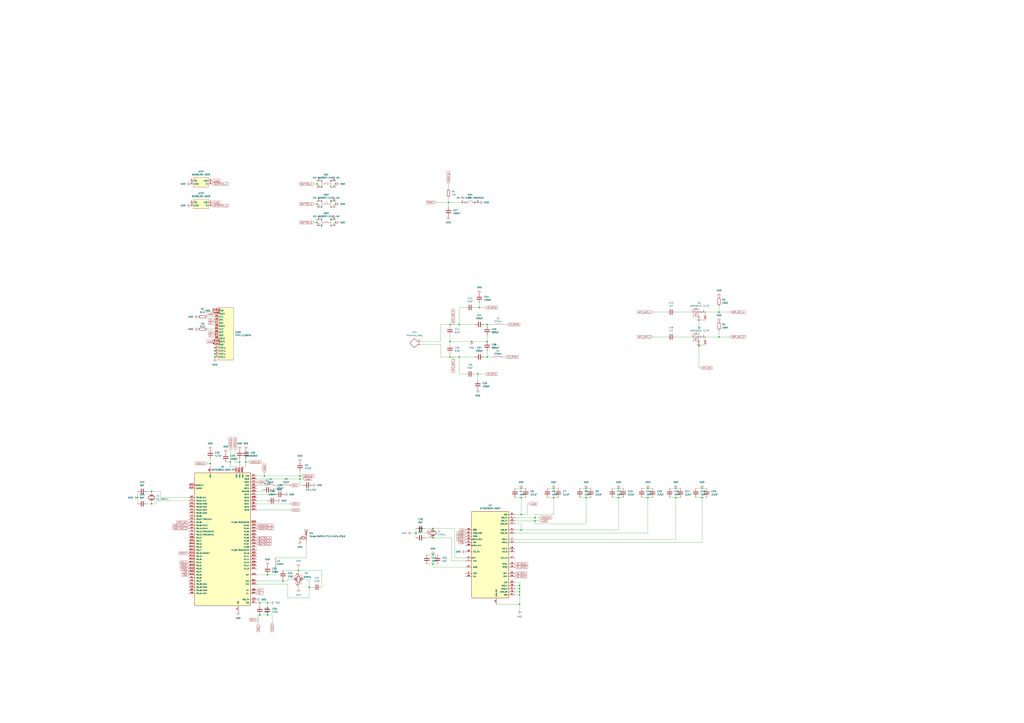
<source format=kicad_sch>
(kicad_sch (version 20250114) (generator "eeschema") (generator_version "9.0")
  (paper "A1")
  (title_block (title "KiKard") (date "2025-06-01") (rev "1") (comment 1 "Author: m5kro"))
  (junction (at 400.05 266.7))
  (junction (at 213.36 505.46))
  (junction (at 387.35 280.67))
  (junction (at 232.41 477.52))
  (junction (at 176.53 290.83))
  (junction (at 368.3 166.37))
  (junction (at 124.46 414.02))
  (junction (at 454.66 401.32))
  (junction (at 355.6 455.93))
  (junction (at 213.36 495.3))
  (junction (at 427.99 401.32))
  (junction (at 113.03 408.94))
  (junction (at 275.59 182.88))
  (junction (at 355.6 434.34))
  (junction (at 217.17 391.16))
  (junction (at 369.57 293.37))
  (junction (at 176.53 293.37))
  (junction (at 124.46 403.86))
  (junction (at 576.58 408.94))
  (junction (at 275.59 167.64))
  (junction (at 176.53 288.29))
  (junction (at 172.72 381))
  (junction (at 554.99 408.94))
  (junction (at 189.23 379.73))
  (junction (at 532.13 408.94))
  (junction (at 426.72 481.33))
  (junction (at 427.99 422.91))
  (junction (at 400.05 293.37))
  (junction (at 481.33 408.94))
  (junction (at 260.35 151.13))
  (junction (at 590.55 276.86))
  (junction (at 275.59 151.13))
  (junction (at 341.63 438.15))
  (junction (at 260.35 167.64))
  (junction (at 426.72 483.87))
  (junction (at 377.19 293.37))
  (junction (at 554.99 401.32))
  (junction (at 393.7 252.73))
  (junction (at 532.13 401.32))
  (junction (at 219.71 472.44))
  (junction (at 426.72 496.57))
  (junction (at 392.43 307.34))
  (junction (at 246.38 391.16))
  (junction (at 201.93 379.73))
  (junction (at 481.33 401.32))
  (junction (at 176.53 285.75))
  (junction (at 427.99 408.94))
  (junction (at 439.42 427.99))
  (junction (at 426.72 488.95))
  (junction (at 219.71 495.3))
  (junction (at 427.99 435.61))
  (junction (at 574.04 284.48))
  (junction (at 508 401.32))
  (junction (at 254 482.6))
  (junction (at 369.57 280.67))
  (junction (at 426.72 486.41))
  (junction (at 355.6 463.55))
  (junction (at 454.66 408.94))
  (junction (at 196.85 379.73))
  (junction (at 355.6 441.96))
  (junction (at 400.05 280.67))
  (junction (at 377.19 266.7))
  (junction (at 219.71 505.46))
  (junction (at 590.55 256.54))
  (junction (at 245.11 468.63))
  (junction (at 246.38 393.7))
  (junction (at 439.42 425.45))
  (junction (at 576.58 401.32))
  (junction (at 260.35 182.88))
  (junction (at 508 408.94))
  (junction (at 369.57 266.7))
  (wire (pts (xy 481.33 408.94) (xy 485.14 408.94)))
  (wire (pts (xy 422.91 435.61) (xy 427.99 435.61)))
  (wire (pts (xy 426.72 496.57) (xy 426.72 501.65)))
  (wire (pts (xy 554.99 401.32) (xy 558.8 401.32)))
  (wire (pts (xy 226.06 398.78) (xy 231.14 398.78)))
  (wire (pts (xy 217.17 388.62) (xy 217.17 391.16)))
  (wire (pts (xy 427.99 430.53) (xy 427.99 435.61)))
  (wire (pts (xy 422.91 408.94) (xy 427.99 408.94)))
  (wire (pts (xy 254 482.6) (xy 256.54 482.6)))
  (wire (pts (xy 427.99 435.61) (xy 508 435.61)))
  (wire (pts (xy 264.16 482.6) (xy 264.16 468.63)))
  (wire (pts (xy 571.5 401.32) (xy 576.58 401.32)))
  (wire (pts (xy 377.19 307.34) (xy 382.27 307.34)))
  (wire (pts (xy 358.14 166.37) (xy 368.3 166.37)))
  (wire (pts (xy 373.38 434.34) (xy 355.6 434.34)))
  (wire (pts (xy 260.35 182.88) (xy 260.35 185.42)))
  (wire (pts (xy 215.9 403.86) (xy 210.82 403.86)))
  (wire (pts (xy 154.94 408.94) (xy 132.08 408.94)))
  (wire (pts (xy 389.89 252.73) (xy 393.7 252.73)))
  (wire (pts (xy 576.58 408.94) (xy 580.39 408.94)))
  (wire (pts (xy 400.05 293.37) (xy 405.13 293.37)))
  (wire (pts (xy 369.57 266.7) (xy 377.19 266.7)))
  (wire (pts (xy 369.57 293.37) (xy 377.19 293.37)))
  (wire (pts (xy 554.99 256.54) (xy 568.96 256.54)))
  (wire (pts (xy 236.22 477.52) (xy 236.22 476.25)))
  (wire (pts (xy 426.72 483.87) (xy 426.72 486.41)))
  (wire (pts (xy 422.91 427.99) (xy 439.42 427.99)))
  (wire (pts (xy 554.99 443.23) (xy 554.99 408.94)))
  (wire (pts (xy 426.72 486.41) (xy 426.72 488.95)))
  (wire (pts (xy 341.63 434.34) (xy 341.63 438.15)))
  (wire (pts (xy 210.82 419.1) (xy 238.76 419.1)))
  (wire (pts (xy 422.91 438.15) (xy 532.13 438.15)))
  (wire (pts (xy 476.25 401.32) (xy 481.33 401.32)))
  (wire (pts (xy 170.18 260.35) (xy 176.53 260.35)))
  (wire (pts (xy 373.38 458.47) (xy 373.38 434.34)))
  (wire (pts (xy 194.31 383.54) (xy 189.23 383.54)))
  (wire (pts (xy 355.6 463.55) (xy 359.41 463.55)))
  (wire (pts (xy 210.82 406.4) (xy 226.06 406.4)))
  (wire (pts (xy 382.27 252.73) (xy 377.19 252.73)))
  (wire (pts (xy 439.42 427.99) (xy 443.23 427.99)))
  (wire (pts (xy 213.36 495.3) (xy 219.71 495.3)))
  (wire (pts (xy 599.44 256.54) (xy 590.55 256.54)))
  (wire (pts (xy 350.52 463.55) (xy 355.6 463.55)))
  (wire (pts (xy 449.58 401.32) (xy 454.66 401.32)))
  (wire (pts (xy 176.53 290.83) (xy 176.53 293.37)))
  (wire (pts (xy 172.72 381) (xy 172.72 383.54)))
  (wire (pts (xy 355.6 455.93) (xy 359.41 455.93)))
  (wire (pts (xy 260.35 151.13) (xy 260.35 153.67)))
  (wire (pts (xy 532.13 401.32) (xy 535.94 401.32)))
  (wire (pts (xy 341.63 438.15) (xy 341.63 441.96)))
  (wire (pts (xy 215.9 402.59) (xy 215.9 403.86)))
  (wire (pts (xy 132.08 403.86) (xy 124.46 403.86)))
  (wire (pts (xy 449.58 408.94) (xy 454.66 408.94)))
  (wire (pts (xy 275.59 180.34) (xy 275.59 182.88)))
  (wire (pts (xy 422.91 425.45) (xy 439.42 425.45)))
  (wire (pts (xy 217.17 391.16) (xy 246.38 391.16)))
  (wire (pts (xy 476.25 408.94) (xy 481.33 408.94)))
  (wire (pts (xy 439.42 427.99) (xy 439.42 430.53)))
  (wire (pts (xy 120.65 403.86) (xy 124.46 403.86)))
  (wire (pts (xy 508 435.61) (xy 508 408.94)))
  (wire (pts (xy 422.91 488.95) (xy 426.72 488.95)))
  (wire (pts (xy 579.12 276.86) (xy 590.55 276.86)))
  (wire (pts (xy 502.92 408.94) (xy 508 408.94)))
  (wire (pts (xy 254 491.49) (xy 254 482.6)))
  (wire (pts (xy 193.04 379.73) (xy 193.04 369.57)))
  (wire (pts (xy 502.92 401.32) (xy 508 401.32)))
  (wire (pts (xy 369.57 293.37) (xy 361.95 293.37)))
  (wire (pts (xy 590.55 276.86) (xy 599.44 276.86)))
  (wire (pts (xy 350.52 455.93) (xy 355.6 455.93)))
  (wire (pts (xy 201.93 379.73) (xy 204.47 379.73)))
  (wire (pts (xy 571.5 408.94) (xy 576.58 408.94)))
  (wire (pts (xy 377.19 252.73) (xy 377.19 266.7)))
  (wire (pts (xy 185.42 379.73) (xy 189.23 379.73)))
  (wire (pts (xy 128.27 414.02) (xy 124.46 414.02)))
  (wire (pts (xy 481.33 430.53) (xy 439.42 430.53)))
  (wire (pts (xy 120.65 414.02) (xy 124.46 414.02)))
  (wire (pts (xy 400.05 288.29) (xy 400.05 293.37)))
  (wire (pts (xy 246.38 398.78) (xy 246.38 393.7)))
  (wire (pts (xy 172.72 377.19) (xy 172.72 381)))
  (wire (pts (xy 368.3 162.56) (xy 368.3 166.37)))
  (wire (pts (xy 481.33 408.94) (xy 481.33 430.53)))
  (wire (pts (xy 238.76 414.02) (xy 210.82 414.02)))
  (wire (pts (xy 576.58 445.77) (xy 576.58 408.94)))
  (wire (pts (xy 113.03 403.86) (xy 113.03 408.94)))
  (wire (pts (xy 226.06 458.47) (xy 251.46 458.47)))
  (wire (pts (xy 236.22 491.49) (xy 254 491.49)))
  (wire (pts (xy 260.35 180.34) (xy 260.35 182.88)))
  (wire (pts (xy 369.57 290.83) (xy 369.57 293.37)))
  (wire (pts (xy 212.09 505.46) (xy 212.09 513.08)))
  (wire (pts (xy 554.99 408.94) (xy 558.8 408.94)))
  (wire (pts (xy 574.04 302.26) (xy 575.31 302.26)))
  (wire (pts (xy 251.46 458.47) (xy 251.46 444.5)))
  (wire (pts (xy 349.25 441.96) (xy 355.6 441.96)))
  (wire (pts (xy 254 482.6) (xy 254 476.25)))
  (wire (pts (xy 422.91 486.41) (xy 426.72 486.41)))
  (wire (pts (xy 590.55 276.86) (xy 590.55 271.78)))
  (wire (pts (xy 481.33 401.32) (xy 485.14 401.32)))
  (wire (pts (xy 377.19 293.37) (xy 377.19 307.34)))
  (wire (pts (xy 210.82 411.48) (xy 219.71 411.48)))
  (wire (pts (xy 210.82 477.52) (xy 232.41 477.52)))
  (wire (pts (xy 212.09 505.46) (xy 213.36 505.46)))
  (wire (pts (xy 433.07 414.02) (xy 434.34 414.02)))
  (wire (pts (xy 260.35 167.64) (xy 260.35 170.18)))
  (wire (pts (xy 397.51 293.37) (xy 400.05 293.37)))
  (wire (pts (xy 260.35 165.1) (xy 260.35 167.64)))
  (wire (pts (xy 370.84 441.96) (xy 355.6 441.96)))
  (wire (pts (xy 245.11 468.63) (xy 245.11 471.17)))
  (wire (pts (xy 579.12 256.54) (xy 590.55 256.54)))
  (wire (pts (xy 405.13 266.7) (xy 400.05 266.7)))
  (wire (pts (xy 412.75 293.37) (xy 415.29 293.37)))
  (wire (pts (xy 210.82 393.7) (xy 246.38 393.7)))
  (wire (pts (xy 454.66 408.94) (xy 454.66 422.91)))
  (wire (pts (xy 393.7 252.73) (xy 398.78 252.73)))
  (wire (pts (xy 355.6 466.09) (xy 355.6 463.55)))
  (wire (pts (xy 427.99 422.91) (xy 422.91 422.91)))
  (wire (pts (xy 170.18 381) (xy 172.72 381)))
  (wire (pts (xy 369.57 280.67) (xy 387.35 280.67)))
  (wire (pts (xy 201.93 379.73) (xy 201.93 377.19)))
  (wire (pts (xy 508 408.94) (xy 511.81 408.94)))
  (wire (pts (xy 369.57 275.59) (xy 369.57 280.67)))
  (wire (pts (xy 382.27 458.47) (xy 373.38 458.47)))
  (wire (pts (xy 426.72 481.33) (xy 426.72 483.87)))
  (wire (pts (xy 422.91 445.77) (xy 576.58 445.77)))
  (wire (pts (xy 260.35 167.64) (xy 257.81 167.64)))
  (wire (pts (xy 213.36 495.3) (xy 213.36 497.84)))
  (wire (pts (xy 124.46 403.86) (xy 124.46 405.13)))
  (wire (pts (xy 170.18 270.51) (xy 176.53 270.51)))
  (wire (pts (xy 232.41 476.25) (xy 232.41 477.52)))
  (wire (pts (xy 431.8 408.94) (xy 427.99 408.94)))
  (wire (pts (xy 213.36 505.46) (xy 219.71 505.46)))
  (wire (pts (xy 210.82 495.3) (xy 213.36 495.3)))
  (wire (pts (xy 176.53 283.21) (xy 176.53 285.75)))
  (wire (pts (xy 377.19 293.37) (xy 389.89 293.37)))
  (wire (pts (xy 199.39 383.54) (xy 201.93 383.54)))
  (wire (pts (xy 422.91 483.87) (xy 426.72 483.87)))
  (wire (pts (xy 382.27 466.09) (xy 355.6 466.09)))
  (wire (pts (xy 433.07 414.02) (xy 433.07 422.91)))
  (wire (pts (xy 368.3 166.37) (xy 368.3 170.18)))
  (wire (pts (xy 576.58 401.32) (xy 580.39 401.32)))
  (wire (pts (xy 407.67 496.57) (xy 426.72 496.57)))
  (wire (pts (xy 361.95 266.7) (xy 361.95 280.67)))
  (wire (pts (xy 454.66 401.32) (xy 458.47 401.32)))
  (wire (pts (xy 426.72 488.95) (xy 426.72 496.57)))
  (wire (pts (xy 232.41 468.63) (xy 245.11 468.63)))
  (wire (pts (xy 382.27 461.01) (xy 370.84 461.01)))
  (wire (pts (xy 426.72 478.79) (xy 426.72 481.33)))
  (wire (pts (xy 210.82 472.44) (xy 219.71 472.44)))
  (wire (pts (xy 554.99 276.86) (xy 568.96 276.86)))
  (wire (pts (xy 422.91 443.23) (xy 554.99 443.23)))
  (wire (pts (xy 219.71 495.3) (xy 222.25 495.3)))
  (wire (pts (xy 176.53 288.29) (xy 176.53 290.83)))
  (wire (pts (xy 433.07 422.91) (xy 427.99 422.91)))
  (wire (pts (xy 210.82 398.78) (xy 218.44 398.78)))
  (wire (pts (xy 532.13 438.15) (xy 532.13 408.94)))
  (wire (pts (xy 361.95 293.37) (xy 361.95 283.21)))
  (wire (pts (xy 454.66 422.91) (xy 439.42 422.91)))
  (wire (pts (xy 535.94 276.86) (xy 547.37 276.86)))
  (wire (pts (xy 189.23 383.54) (xy 189.23 379.73)))
  (wire (pts (xy 412.75 266.7) (xy 416.56 266.7)))
  (wire (pts (xy 392.43 307.34) (xy 389.89 307.34)))
  (wire (pts (xy 196.85 379.73) (xy 196.85 383.54)))
  (wire (pts (xy 210.82 391.16) (xy 217.17 391.16)))
  (wire (pts (xy 369.57 266.7) (xy 369.57 267.97)))
  (wire (pts (xy 341.63 438.15) (xy 350.52 438.15)))
  (wire (pts (xy 260.35 182.88) (xy 257.81 182.88)))
  (wire (pts (xy 113.03 408.94) (xy 113.03 414.02)))
  (wire (pts (xy 246.38 387.35) (xy 246.38 391.16)))
  (wire (pts (xy 535.94 256.54) (xy 547.37 256.54)))
  (wire (pts (xy 219.71 472.44) (xy 226.06 472.44)))
  (wire (pts (xy 124.46 414.02) (xy 124.46 412.75)))
  (wire (pts (xy 245.11 466.09) (xy 245.11 468.63)))
  (wire (pts (xy 176.53 294.64) (xy 176.53 293.37)))
  (wire (pts (xy 245.11 481.33) (xy 245.11 483.87)))
  (wire (pts (xy 532.13 408.94) (xy 535.94 408.94)))
  (wire (pts (xy 400.05 275.59) (xy 400.05 280.67)))
  (wire (pts (xy 201.93 383.54) (xy 201.93 379.73)))
  (wire (pts (xy 387.35 280.67) (xy 400.05 280.67)))
  (wire (pts (xy 439.42 422.91) (xy 439.42 425.45)))
  (wire (pts (xy 345.44 280.67) (xy 361.95 280.67)))
  (wire (pts (xy 369.57 283.21) (xy 369.57 280.67)))
  (wire (pts (xy 392.43 307.34) (xy 392.43 312.42)))
  (wire (pts (xy 223.52 505.46) (xy 223.52 511.81)))
  (wire (pts (xy 132.08 408.94) (xy 132.08 403.86)))
  (wire (pts (xy 368.3 166.37) (xy 378.46 166.37)))
  (wire (pts (xy 590.55 256.54) (xy 590.55 251.46)))
  (wire (pts (xy 246.38 391.16) (xy 247.65 391.16)))
  (wire (pts (xy 427.99 401.32) (xy 431.8 401.32)))
  (wire (pts (xy 196.85 377.19) (xy 196.85 379.73)))
  (wire (pts (xy 389.89 266.7) (xy 377.19 266.7)))
  (wire (pts (xy 128.27 411.48) (xy 128.27 414.02)))
  (wire (pts (xy 454.66 408.94) (xy 458.47 408.94)))
  (wire (pts (xy 275.59 167.64) (xy 275.59 170.18)))
  (wire (pts (xy 254 476.25) (xy 248.92 476.25)))
  (wire (pts (xy 368.3 151.13) (xy 368.3 154.94)))
  (wire (pts (xy 154.94 411.48) (xy 128.27 411.48)))
  (wire (pts (xy 260.35 151.13) (xy 260.35 148.59)))
  (wire (pts (xy 549.91 401.32) (xy 554.99 401.32)))
  (wire (pts (xy 248.92 398.78) (xy 246.38 398.78)))
  (wire (pts (xy 549.91 408.94) (xy 554.99 408.94)))
  (wire (pts (xy 508 401.32) (xy 511.81 401.32)))
  (wire (pts (xy 398.78 307.34) (xy 392.43 307.34)))
  (wire (pts (xy 219.71 495.3) (xy 219.71 497.84)))
  (wire (pts (xy 236.22 480.06) (xy 236.22 491.49)))
  (wire (pts (xy 427.99 408.94) (xy 427.99 422.91)))
  (wire (pts (xy 574.04 284.48) (xy 574.04 302.26)))
  (wire (pts (xy 345.44 283.21) (xy 361.95 283.21)))
  (wire (pts (xy 219.71 505.46) (xy 223.52 505.46)))
  (wire (pts (xy 349.25 434.34) (xy 355.6 434.34)))
  (wire (pts (xy 264.16 468.63) (xy 245.11 468.63)))
  (wire (pts (xy 275.59 151.13) (xy 275.59 153.67)))
  (wire (pts (xy 527.05 401.32) (xy 532.13 401.32)))
  (wire (pts (xy 337.82 438.15) (xy 341.63 438.15)))
  (wire (pts (xy 370.84 461.01) (xy 370.84 441.96)))
  (wire (pts (xy 275.59 182.88) (xy 275.59 185.42)))
  (wire (pts (xy 275.59 165.1) (xy 275.59 167.64)))
  (wire (pts (xy 400.05 266.7) (xy 400.05 267.97)))
  (wire (pts (xy 574.04 264.16) (xy 574.04 284.48)))
  (wire (pts (xy 527.05 408.94) (xy 532.13 408.94)))
  (wire (pts (xy 232.41 477.52) (xy 236.22 477.52)))
  (wire (pts (xy 397.51 266.7) (xy 400.05 266.7)))
  (wire (pts (xy 275.59 148.59) (xy 275.59 151.13)))
  (wire (pts (xy 236.22 476.25) (xy 241.3 476.25)))
  (wire (pts (xy 422.91 481.33) (xy 426.72 481.33)))
  (wire (pts (xy 422.91 478.79) (xy 426.72 478.79)))
  (wire (pts (xy 422.91 401.32) (xy 427.99 401.32)))
  (wire (pts (xy 369.57 266.7) (xy 361.95 266.7)))
  (wire (pts (xy 226.06 472.44) (xy 226.06 466.09)))
  (wire (pts (xy 248.92 393.7) (xy 246.38 393.7)))
  (wire (pts (xy 257.81 151.13) (xy 260.35 151.13)))
  (wire (pts (xy 210.82 480.06) (xy 236.22 480.06)))
  (wire (pts (xy 393.7 248.92) (xy 393.7 252.73)))
  (wire (pts (xy 196.85 379.73) (xy 193.04 379.73)))
  (wire (pts (xy 439.42 425.45) (xy 443.23 425.45)))
  (wire (pts (xy 422.91 430.53) (xy 427.99 430.53)))
  (wire (pts (xy 176.53 285.75) (xy 176.53 288.29)))
  (wire (pts (xy 189.23 379.73) (xy 189.23 369.57)))
  (global_label "DCC2" (shape input) (at 238.76 419.1 0) (property "Intersheetrefs" "${INTERSHEET_REFS}" (effects (hide yes))))
  (global_label "NEOPIXEL_2" (shape input) (at 173.99 168.91 0) (property "Intersheetrefs" "${INTERSHEET_REFS}" (effects (hide yes))))
  (global_label "DCC2" (shape input) (at 223.52 511.81 270) (property "Intersheetrefs" "${INTERSHEET_REFS}" (effects (hide yes))))
  (global_label "NFC_ANT_2" (shape input) (at 535.94 276.86 180) (property "Intersheetrefs" "${INTERSHEET_REFS}" (effects (hide yes))))
  (global_label "MOSI" (shape input) (at 154.94 464.82 180) (property "Intersheetrefs" "${INTERSHEET_REFS}" (effects (hide yes))))
  (global_label "DCC" (shape input) (at 212.09 513.08 270) (property "Intersheetrefs" "${INTERSHEET_REFS}" (effects (hide yes))))
  (global_label "MOSI" (shape input) (at 382.27 440.69 180) (property "Intersheetrefs" "${INTERSHEET_REFS}" (effects (hide yes))))
  (global_label "ST_RFO2" (shape input) (at 422.91 466.09 0) (property "Intersheetrefs" "${INTERSHEET_REFS}" (effects (hide yes))))
  (global_label "VDD3.3v" (shape input) (at 368.3 151.13 90) (property "Intersheetrefs" "${INTERSHEET_REFS}" (effects (hide yes))))
  (global_label "D+" (shape input) (at 176.53 273.05 180) (property "Intersheetrefs" "${INTERSHEET_REFS}" (effects (hide yes))))
  (global_label "D-" (shape input) (at 210.82 487.68 0) (property "Intersheetrefs" "${INTERSHEET_REFS}" (effects (hide yes))))
  (global_label "VDD3.3v" (shape input) (at 193.04 369.57 90) (property "Intersheetrefs" "${INTERSHEET_REFS}" (effects (hide yes))))
  (global_label "NEOPIXEL_2" (shape input) (at 210.82 434.34 0) (property "Intersheetrefs" "${INTERSHEET_REFS}" (effects (hide yes))))
  (global_label "D+" (shape input) (at 176.53 262.89 180) (property "Intersheetrefs" "${INTERSHEET_REFS}" (effects (hide yes))))
  (global_label "IRQ" (shape input) (at 382.27 445.77 180) (property "Intersheetrefs" "${INTERSHEET_REFS}" (effects (hide yes))))
  (global_label "ST_RFO1" (shape input) (at 422.91 463.55 0) (property "Intersheetrefs" "${INTERSHEET_REFS}" (effects (hide yes))))
  (global_label "BUTTON_3" (shape input) (at 257.81 182.88 180) (property "Intersheetrefs" "${INTERSHEET_REFS}" (effects (hide yes))))
  (global_label "vusb" (shape input) (at 176.53 280.67 180) (property "Intersheetrefs" "${INTERSHEET_REFS}" (effects (hide yes))))
  (global_label "IRQ" (shape input) (at 154.94 472.44 180) (property "Intersheetrefs" "${INTERSHEET_REFS}" (effects (hide yes))))
  (global_label "SCLK" (shape input) (at 154.94 462.28 180) (property "Intersheetrefs" "${INTERSHEET_REFS}" (effects (hide yes))))
  (global_label "BUTTON_1" (shape input) (at 210.82 441.96 0) (property "Intersheetrefs" "${INTERSHEET_REFS}" (effects (hide yes))))
  (global_label "ST_RFO1" (shape input) (at 415.29 293.37 0) (property "Intersheetrefs" "${INTERSHEET_REFS}" (effects (hide yes))))
  (global_label "RESET" (shape input) (at 154.94 454.66 180) (property "Intersheetrefs" "${INTERSHEET_REFS}" (effects (hide yes))))
  (global_label "NFC_ANT_1" (shape input) (at 535.94 256.54 180) (property "Intersheetrefs" "${INTERSHEET_REFS}" (effects (hide yes))))
  (global_label "ST_RFI2" (shape input) (at 422.91 473.71 0) (property "Intersheetrefs" "${INTERSHEET_REFS}" (effects (hide yes))))
  (global_label "vusb" (shape input) (at 173.99 166.37 0) (property "Intersheetrefs" "${INTERSHEET_REFS}" (effects (hide yes))))
  (global_label "NFC_SW" (shape input) (at 154.94 429.26 180) (property "Intersheetrefs" "${INTERSHEET_REFS}" (effects (hide yes))))
  (global_label "BUTTON_2" (shape input) (at 210.82 444.5 0) (property "Intersheetrefs" "${INTERSHEET_REFS}" (effects (hide yes))))
  (global_label "NEOPIXEL_1" (shape input) (at 173.99 151.13 0) (property "Intersheetrefs" "${INTERSHEET_REFS}" (effects (hide yes))))
  (global_label "D+" (shape input) (at 210.82 485.14 0) (property "Intersheetrefs" "${INTERSHEET_REFS}" (effects (hide yes))))
  (global_label "ST_RFI2" (shape input) (at 398.78 252.73 0) (property "Intersheetrefs" "${INTERSHEET_REFS}" (effects (hide yes))))
  (global_label "CS" (shape input) (at 382.27 435.61 180) (property "Intersheetrefs" "${INTERSHEET_REFS}" (effects (hide yes))))
  (global_label "NFC_ANT_1" (shape input) (at 372.11 293.37 270) (property "Intersheetrefs" "${INTERSHEET_REFS}" (effects (hide yes))))
  (global_label "VDD3.3v" (shape input) (at 204.47 379.73 0) (property "Intersheetrefs" "${INTERSHEET_REFS}" (effects (hide yes))))
  (global_label "MISO" (shape input) (at 382.27 438.15 180) (property "Intersheetrefs" "${INTERSHEET_REFS}" (effects (hide yes))))
  (global_label "vusb" (shape input) (at 443.23 427.99 0) (property "Intersheetrefs" "${INTERSHEET_REFS}" (effects (hide yes))))
  (global_label "VDD3.3v" (shape input) (at 170.18 381 180) (property "Intersheetrefs" "${INTERSHEET_REFS}" (effects (hide yes))))
  (global_label "NFC_ANT_2" (shape input) (at 372.11 266.7 90) (property "Intersheetrefs" "${INTERSHEET_REFS}" (effects (hide yes))))
  (global_label "NRF_NFC_1" (shape input) (at 599.44 256.54 0) (property "Intersheetrefs" "${INTERSHEET_REFS}" (effects (hide yes))))
  (global_label "D-" (shape input) (at 176.53 275.59 180) (property "Intersheetrefs" "${INTERSHEET_REFS}" (effects (hide yes))))
  (global_label "NEOPIXEL_1" (shape input) (at 210.82 431.8 0) (property "Intersheetrefs" "${INTERSHEET_REFS}" (effects (hide yes))))
  (global_label "NRF_NFC_1" (shape input) (at 154.94 431.8 180) (property "Intersheetrefs" "${INTERSHEET_REFS}" (effects (hide yes))))
  (global_label "BUTTON_2" (shape input) (at 257.81 167.64 180) (property "Intersheetrefs" "${INTERSHEET_REFS}" (effects (hide yes))))
  (global_label "MISO" (shape input) (at 154.94 467.36 180) (property "Intersheetrefs" "${INTERSHEET_REFS}" (effects (hide yes))))
  (global_label "VDD3.3v" (shape input) (at 443.23 425.45 0) (property "Intersheetrefs" "${INTERSHEET_REFS}" (effects (hide yes))))
  (global_label "vusb" (shape input) (at 434.34 414.02 0) (property "Intersheetrefs" "${INTERSHEET_REFS}" (effects (hide yes))))
  (global_label "ST_RFO2" (shape input) (at 416.56 266.7 0) (property "Intersheetrefs" "${INTERSHEET_REFS}" (effects (hide yes))))
  (global_label "DCC" (shape input) (at 238.76 398.78 0) (property "Intersheetrefs" "${INTERSHEET_REFS}" (effects (hide yes))))
  (global_label "vusb" (shape input) (at 173.99 148.59 0) (property "Intersheetrefs" "${INTERSHEET_REFS}" (effects (hide yes))))
  (global_label "NRF_NFC_2" (shape input) (at 154.94 434.34 180) (property "Intersheetrefs" "${INTERSHEET_REFS}" (effects (hide yes))))
  (global_label "DEC4" (shape input) (at 238.76 414.02 0) (property "Intersheetrefs" "${INTERSHEET_REFS}" (effects (hide yes))))
  (global_label "VDDH" (shape input) (at 210.82 396.24 0) (property "Intersheetrefs" "${INTERSHEET_REFS}" (effects (hide yes))))
  (global_label "DEC4" (shape input) (at 212.09 509.27 180) (property "Intersheetrefs" "${INTERSHEET_REFS}" (effects (hide yes))))
  (global_label "ST_RFI1" (shape input) (at 398.78 307.34 0) (property "Intersheetrefs" "${INTERSHEET_REFS}" (effects (hide yes))))
  (global_label "BUTTON_1" (shape input) (at 257.81 151.13 180) (property "Intersheetrefs" "${INTERSHEET_REFS}" (effects (hide yes))))
  (global_label "RESET" (shape input) (at 358.14 166.37 180) (property "Intersheetrefs" "${INTERSHEET_REFS}" (effects (hide yes))))
  (global_label "ST_RFI1" (shape input) (at 422.91 471.17 0) (property "Intersheetrefs" "${INTERSHEET_REFS}" (effects (hide yes))))
  (global_label "vusb" (shape input) (at 248.92 393.7 0) (property "Intersheetrefs" "${INTERSHEET_REFS}" (effects (hide yes))))
  (global_label "BUTTON_3" (shape input) (at 210.82 447.04 0) (property "Intersheetrefs" "${INTERSHEET_REFS}" (effects (hide yes))))
  (global_label "SCLK" (shape input) (at 382.27 443.23 180) (property "Intersheetrefs" "${INTERSHEET_REFS}" (effects (hide yes))))
  (global_label "VDD3.3v" (shape input) (at 247.65 391.16 0) (property "Intersheetrefs" "${INTERSHEET_REFS}" (effects (hide yes))))
  (global_label "VDD3.3v" (shape input) (at 189.23 369.57 90) (property "Intersheetrefs" "${INTERSHEET_REFS}" (effects (hide yes))))
  (global_label "NFC_SW" (shape input) (at 575.31 302.26 0) (property "Intersheetrefs" "${INTERSHEET_REFS}" (effects (hide yes))))
  (global_label "VDDH" (shape input) (at 217.17 388.62 90) (property "Intersheetrefs" "${INTERSHEET_REFS}" (effects (hide yes))))
  (global_label "vusb" (shape input) (at 176.53 257.81 180) (property "Intersheetrefs" "${INTERSHEET_REFS}" (effects (hide yes))))
  (global_label "D-" (shape input) (at 176.53 265.43 180) (property "Intersheetrefs" "${INTERSHEET_REFS}" (effects (hide yes))))
  (global_label "NRF_NFC_2" (shape input) (at 599.44 276.86 0) (property "Intersheetrefs" "${INTERSHEET_REFS}" (effects (hide yes))))
  (global_label "CS" (shape input) (at 154.94 469.9 180) (property "Intersheetrefs" "${INTERSHEET_REFS}" (effects (hide yes))))
  (symbol (lib_id "Device:C") (at 172.72 373.38 0) (unit 1)
    (property "Reference" "C32" (at 176.53 372.1099 0) (effects (justify left)))
    (property "Value" "4.7uF" (at 176.53 374.6499 0) (effects (justify left)))
    (property "Footprint" "extra-symbols-footprints:C0603" (effects (hide yes)))
    (property "Description" "Unpolarized capacitor" (effects (hide yes)))
  )
  (symbol (lib_id "Device:C") (at 458.47 405.13 0) (unit 1)
    (property "Reference" "C7" (at 462.28 403.8599 0) (effects (justify left)))
    (property "Value" "2.2uF" (at 462.28 406.3999 0) (effects (justify left)))
    (property "Footprint" "extra-symbols-footprints:C0603" (effects (hide yes)))
    (property "Description" "Unpolarized capacitor" (effects (hide yes)))
  )
  (symbol (lib_id "Device:Crystal_GND2") (at 355.6 438.15 270) (unit 1)
    (property "Reference" "Y1" (at 359.41 436.8799 90) (effects (justify left)))
    (property "Value" "27MHz" (at 359.41 439.4199 90) (effects (justify left)))
    (property "Footprint" "extra-symbols-footprints:CRYSTAL-SMD_4P-L2.0-W1.6-BL-B" (effects (hide yes)))
    (property "Description" "Three pin crystal, GND on pin 2" (effects (hide yes)))
  )
  (symbol (lib_id "power:GND") (at 590.55 243.84 180) (unit 1)
    (property "Reference" "#PWR034" (effects (hide yes)))
    (property "Value" "GND" (at 590.55 238.76 0))
    (property "Description" "Power symbol creates a global label with name \"GND\" , ground" (effects (hide yes)))
  )
  (symbol (lib_id "power:GND") (at 275.59 151.13 90) (unit 1)
    (property "Reference" "#PWR038" (effects (hide yes)))
    (property "Value" "GND" (at 279.4 151.1299 90) (effects (justify right)))
    (property "Description" "Power symbol creates a global label with name \"GND\" , ground" (effects (hide yes)))
  )
  (symbol (lib_id "power:GND") (at 454.66 401.32 180) (unit 1)
    (property "Reference" "#PWR013" (effects (hide yes)))
    (property "Value" "GND" (at 454.66 396.24 0))
    (property "Description" "Power symbol creates a global label with name \"GND\" , ground" (effects (hide yes)))
  )
  (symbol (lib_id "power:GND") (at 162.56 260.35 270) (unit 1)
    (property "Reference" "#PWR01" (effects (hide yes)))
    (property "Value" "GND" (at 158.75 260.3499 90) (effects (justify right)))
    (property "Description" "Power symbol creates a global label with name \"GND\" , ground" (effects (hide yes)))
  )
  (symbol (lib_id "Device:C") (at 535.94 405.13 0) (unit 1)
    (property "Reference" "C15" (at 539.75 403.8599 0) (effects (justify left)))
    (property "Value" "2.2uF" (at 539.75 406.3999 0) (effects (justify left)))
    (property "Footprint" "extra-symbols-footprints:C0603" (effects (hide yes)))
    (property "Description" "Unpolarized capacitor" (effects (hide yes)))
  )
  (symbol (lib_id "Device:C") (at 386.08 252.73 90) (unit 1)
    (property "Reference" "C43" (at 386.08 245.11 90))
    (property "Value" "10pF" (at 386.08 247.65 90))
    (property "Footprint" "extra-symbols-footprints:C0402" (effects (hide yes)))
    (property "Description" "Unpolarized capacitor" (effects (hide yes)))
  )
  (symbol (lib_id "power:GND") (at 426.72 501.65 0) (unit 1)
    (property "Reference" "#PWR04" (effects (hide yes)))
    (property "Value" "GND" (at 426.72 506.73 0))
    (property "Description" "Power symbol creates a global label with name \"GND\" , ground" (effects (hide yes)))
  )
  (symbol (lib_id "power:GND") (at 481.33 401.32 180) (unit 1)
    (property "Reference" "#PWR014" (effects (hide yes)))
    (property "Value" "GND" (at 481.33 396.24 0))
    (property "Description" "Power symbol creates a global label with name \"GND\" , ground" (effects (hide yes)))
  )
  (symbol (lib_id "Device:R") (at 368.3 158.75 0) (unit 1)
    (property "Reference" "R5" (at 370.84 157.4799 0) (effects (justify left)))
    (property "Value" "10k" (at 370.84 160.0199 0) (effects (justify left)))
    (property "Footprint" "extra-symbols-footprints:R0402" (effects (hide yes)))
    (property "Description" "Resistor" (effects (hide yes)))
  )
  (symbol (lib_id "Device:C") (at 252.73 398.78 90) (unit 1)
    (property "Reference" "C3" (at 252.73 402.59 90))
    (property "Value" "4.7uF" (at 257.048 402.59 90))
    (property "Footprint" "extra-symbols-footprints:C0603" (effects (hide yes)))
    (property "Description" "Unpolarized capacitor" (effects (hide yes)))
  )
  (symbol (lib_id "power:GND") (at 508 401.32 180) (unit 1)
    (property "Reference" "#PWR06" (effects (hide yes)))
    (property "Value" "GND" (at 508 396.24 0))
    (property "Description" "Power symbol creates a global label with name \"GND\" , ground" (effects (hide yes)))
  )
  (symbol (lib_id "Device:C") (at 369.57 271.78 0) (unit 1)
    (property "Reference" "C42" (at 373.38 270.5099 0) (effects (justify left)))
    (property "Value" "62pF" (at 373.38 273.0499 0) (effects (justify left)))
    (property "Footprint" "extra-symbols-footprints:C0402" (effects (hide yes)))
    (property "Description" "Unpolarized capacitor" (effects (hide yes)))
  )
  (symbol (lib_id "Device:C") (at 185.42 375.92 0) (unit 1)
    (property "Reference" "C34" (at 189.23 374.6499 0) (effects (justify left)))
    (property "Value" "100nF" (at 189.23 377.1899 0) (effects (justify left)))
    (property "Footprint" "extra-symbols-footprints:C0402" (effects (hide yes)))
    (property "Description" "Unpolarized capacitor" (effects (hide yes)))
  )
  (symbol (lib_id "Device:C") (at 393.7 245.11 0) (unit 1)
    (property "Reference" "C44" (at 397.51 243.8399 0) (effects (justify left)))
    (property "Value" "100pF" (at 397.51 246.3799 0) (effects (justify left)))
    (property "Footprint" "extra-symbols-footprints:C0402" (effects (hide yes)))
    (property "Description" "Unpolarized capacitor" (effects (hide yes)))
  )
  (symbol (lib_id "power:GND") (at 337.82 438.15 270) (unit 1)
    (property "Reference" "#PWR017" (effects (hide yes)))
    (property "Value" "GND" (at 334.01 438.1499 90) (effects (justify right)))
    (property "Description" "Power symbol creates a global label with name \"GND\" , ground" (effects (hide yes)))
  )
  (symbol (lib_id "power:GND") (at 185.42 372.11 180) (unit 1)
    (property "Reference" "#PWR030" (effects (hide yes)))
    (property "Value" "GND" (at 185.42 367.03 0))
    (property "Description" "Power symbol creates a global label with name \"GND\" , ground" (effects (hide yes)))
  )
  (symbol (lib_id "Device:Crystal") (at 124.46 408.94 90) (unit 1)
    (property "Reference" "Y3" (at 128.27 407.6699 90) (effects (justify right)))
    (property "Value" "32.768kHz" (at 128.27 410.2099 90) (effects (justify right)))
    (property "Footprint" "extra-symbols-footprints:OSC-SMD_L1.6-W1.0" (effects (hide yes)))
    (property "Description" "Two pin crystal" (effects (hide yes)))
  )
  (symbol (lib_id "Device:C") (at 571.5 405.13 0) (unit 1)
    (property "Reference" "C18" (at 575.31 403.8599 0) (effects (justify left)))
    (property "Value" "10nF" (at 575.31 406.3999 0) (effects (justify left)))
    (property "Footprint" "extra-symbols-footprints:C0402" (effects (hide yes)))
    (property "Description" "Unpolarized capacitor" (effects (hide yes)))
  )
  (symbol (lib_id "Device:C") (at 386.08 307.34 90) (unit 1)
    (property "Reference" "C36" (at 386.08 299.72 90))
    (property "Value" "10pF" (at 386.08 302.26 90))
    (property "Footprint" "extra-symbols-footprints:C0402" (effects (hide yes)))
    (property "Description" "Unpolarized capacitor" (effects (hide yes)))
  )
  (symbol (lib_id "Device:C") (at 219.71 402.59 270) (unit 1)
    (property "Reference" "C1" (at 219.71 394.97 90))
    (property "Value" "4.7uF" (at 219.71 397.51 90))
    (property "Footprint" "extra-symbols-footprints:C0603" (effects (hide yes)))
    (property "Description" "Unpolarized capacitor" (effects (hide yes)))
  )
  (symbol (lib_id "Device:C") (at 558.8 405.13 0) (unit 1)
    (property "Reference" "C17" (at 562.61 403.8599 0) (effects (justify left)))
    (property "Value" "2.2uF" (at 562.61 406.3999 0) (effects (justify left)))
    (property "Footprint" "extra-symbols-footprints:C0603" (effects (hide yes)))
    (property "Description" "Unpolarized capacitor" (effects (hide yes)))
  )
  (symbol (lib_id "Device:C") (at 527.05 405.13 0) (unit 1)
    (property "Reference" "C14" (at 530.86 403.8599 0) (effects (justify left)))
    (property "Value" "10nF" (at 530.86 406.3999 0) (effects (justify left)))
    (property "Footprint" "extra-symbols-footprints:C0402" (effects (hide yes)))
    (property "Description" "Unpolarized capacitor" (effects (hide yes)))
  )
  (symbol (lib_id "Device:C") (at 502.92 405.13 0) (unit 1)
    (property "Reference" "C12" (at 506.73 403.8599 0) (effects (justify left)))
    (property "Value" "10nF" (at 506.73 406.3999 0) (effects (justify left)))
    (property "Footprint" "extra-symbols-footprints:C0402" (effects (hide yes)))
    (property "Description" "Unpolarized capacitor" (effects (hide yes)))
  )
  (symbol (lib_id "Device:C") (at 485.14 405.13 0) (unit 1)
    (property "Reference" "C9" (at 488.95 403.8599 0) (effects (justify left)))
    (property "Value" "2.2uF" (at 488.95 406.3999 0) (effects (justify left)))
    (property "Footprint" "extra-symbols-footprints:C0603" (effects (hide yes)))
    (property "Description" "Unpolarized capacitor" (effects (hide yes)))
  )
  (symbol (lib_id "Device:C") (at 223.52 411.48 90) (unit 1)
    (property "Reference" "C28" (at 223.52 403.86 90))
    (property "Value" "100nF" (at 223.52 406.4 90))
    (property "Footprint" "extra-symbols-footprints:C0402" (effects (hide yes)))
    (property "Description" "Unpolarized capacitor" (effects (hide yes)))
  )
  (symbol (lib_id "power:GND") (at 275.59 167.64 90) (unit 1)
    (property "Reference" "#PWR039" (effects (hide yes)))
    (property "Value" "GND" (at 279.4 167.6399 90) (effects (justify right)))
    (property "Description" "Power symbol creates a global label with name \"GND\" , ground" (effects (hide yes)))
  )
  (symbol (lib_id "power:GND") (at 219.71 464.82 180) (unit 1)
    (property "Reference" "#PWR027" (effects (hide yes)))
    (property "Value" "GND" (at 219.71 459.74 0))
    (property "Description" "Power symbol creates a global label with name \"GND\" , ground" (effects (hide yes)))
  )
  (symbol (lib_id "power:GND") (at 176.53 294.64 0) (unit 1)
    (property "Reference" "#PWR041" (effects (hide yes)))
    (property "Value" "GND" (at 176.53 299.72 0))
    (property "Description" "Power symbol creates a global label with name \"GND\" , ground" (effects (hide yes)))
  )
  (symbol (lib_id "Device:R") (at 590.55 267.97 0) (unit 1)
    (property "Reference" "R4" (at 593.09 266.6999 0) (effects (justify left)))
    (property "Value" "100K" (at 593.09 269.2399 0) (effects (justify left)))
    (property "Footprint" "extra-symbols-footprints:R0603" (effects (hide yes)))
    (property "Description" "Resistor" (effects (hide yes)))
  )
  (symbol (lib_id "K2-6639SP-C4SC-04:K2-6639SP-C4SC-04") (at 267.97 151.13 0) (unit 1)
    (property "Reference" "SW1" (at 267.97 143.51 0))
    (property "Value" "K2-6639SP-C4SC-04" (at 267.97 146.05 0))
    (property "Footprint" "extra-symbols-footprints:KEY-SMD_4P-L6.0-W6.0-P3.90-LS9.0" (effects (hide yes)))
    (property "Datasheet" "https://lcsc.com/product-detail/Tactile-Switches_6-6-5mm_C83206.html" (effects (hide yes)))
    (property "LCSC Part" "C83206" (effects (hide yes)))
  )
  (symbol (lib_id "Device:R") (at 590.55 247.65 0) (unit 1)
    (property "Reference" "R3" (at 593.09 246.3799 0) (effects (justify left)))
    (property "Value" "100K" (at 593.09 248.9199 0) (effects (justify left)))
    (property "Footprint" "extra-symbols-footprints:R0603" (effects (hide yes)))
    (property "Description" "Resistor" (effects (hide yes)))
  )
  (symbol (lib_id "HX3x4x2-2P-2.5N:HXTS-1088-AR02016") (at 386.08 166.37 0) (unit 1)
    (property "Reference" "SW4" (at 386.08 160.02 0))
    (property "Value" "HX TS-1088-AR02016" (at 386.08 162.56 0))
    (property "Footprint" "extra-symbols-footprints:SW-SMD_L4.0-W2.9-LS5.0" (effects (hide yes)))
    (property "LCSC Part" "C36498961" (effects (hide yes)))
  )
  (symbol (lib_id "Device:C") (at 393.7 266.7 90) (unit 1)
    (property "Reference" "C41" (at 393.7 259.08 90))
    (property "Value" "100pF" (at 393.7 261.62 90))
    (property "Footprint" "extra-symbols-footprints:C0402" (effects (hide yes)))
    (property "Description" "Unpolarized capacitor" (effects (hide yes)))
  )
  (symbol (lib_id "K2-6639SP-C4SC-04:K2-6639SP-C4SC-04") (at 267.97 182.88 0) (unit 1)
    (property "Reference" "SW3" (at 267.97 175.26 0))
    (property "Value" "K2-6639SP-C4SC-04" (at 267.97 177.8 0))
    (property "Footprint" "extra-symbols-footprints:KEY-SMD_4P-L6.0-W6.0-P3.90-LS9.0" (effects (hide yes)))
    (property "Datasheet" "https://lcsc.com/product-detail/Tactile-Switches_6-6-5mm_C83206.html" (effects (hide yes)))
    (property "LCSC Part" "C83206" (effects (hide yes)))
  )
  (symbol (lib_id "power:GND") (at 256.54 398.78 90) (unit 1)
    (property "Reference" "#PWR011" (effects (hide yes)))
    (property "Value" "GND" (at 260.35 398.7799 90) (effects (justify right)))
    (property "Description" "Power symbol creates a global label with name \"GND\" , ground" (effects (hide yes)))
  )
  (symbol (lib_id "Device:C") (at 229.87 406.4 90) (unit 1)
    (property "Reference" "C29" (at 229.87 398.78 90))
    (property "Value" "100nF" (at 229.87 401.32 90))
    (property "Footprint" "extra-symbols-footprints:C0402" (effects (hide yes)))
    (property "Description" "Unpolarized capacitor" (effects (hide yes)))
  )
  (symbol (lib_id "power:GND") (at 176.53 255.27 270) (unit 1)
    (property "Reference" "#PWR042" (effects (hide yes)))
    (property "Value" "GND" (at 172.72 255.2699 90) (effects (justify right)))
    (property "Description" "Power symbol creates a global label with name \"GND\" , ground" (effects (hide yes)))
  )
  (symbol (lib_id "power:GND") (at 162.56 270.51 270) (unit 1)
    (property "Reference" "#PWR043" (effects (hide yes)))
    (property "Value" "GND" (at 158.75 270.5099 90) (effects (justify right)))
    (property "Description" "Power symbol creates a global label with name \"GND\" , ground" (effects (hide yes)))
  )
  (symbol (lib_id "power:GND") (at 382.27 453.39 270) (unit 1)
    (property "Reference" "#PWR03" (effects (hide yes)))
    (property "Value" "GND" (at 378.46 453.3899 90) (effects (justify right)))
    (property "Description" "Power symbol creates a global label with name \"GND\" , ground" (effects (hide yes)))
  )
  (symbol (lib_id "Device:C") (at 196.85 373.38 0) (unit 1)
    (property "Reference" "C31" (at 200.66 372.1099 0) (effects (justify left)))
    (property "Value" "100nF" (at 200.66 374.6499 0) (effects (justify left)))
    (property "Footprint" "extra-symbols-footprints:C0402" (effects (hide yes)))
    (property "Description" "Unpolarized capacitor" (effects (hide yes)))
  )
  (symbol (lib_id "power:GND") (at 590.55 264.16 180) (unit 1)
    (property "Reference" "#PWR035" (effects (hide yes)))
    (property "Value" "GND" (at 590.55 259.08 0))
    (property "Description" "Power symbol creates a global label with name \"GND\" , ground" (effects (hide yes)))
  )
  (symbol (lib_id "Device:R") (at 166.37 260.35 270) (unit 1)
    (property "Reference" "R1" (at 166.37 254 90))
    (property "Value" "5.1k" (at 166.37 256.54 90))
    (property "Footprint" "extra-symbols-footprints:R0402" (effects (hide yes)))
    (property "Description" "Resistor" (effects (hide yes)))
  )
  (symbol (lib_id "ST25R3916-AQWT:ST25R3916-AQWT") (at 402.59 455.93 0) (unit 1)
    (property "Reference" "U2" (at 402.59 415.29 0))
    (property "Value" "ST25R3916-AQWT" (at 402.59 417.83 0))
    (property "Footprint" "ST25R3916-AQWT:QFN50P500X500X100-33N" (effects (hide yes)))
    (property "B_NOM" "0.25" (effects (hide yes)))
    (property "A_MAX" "1.0" (effects (hide yes)))
    (property "PIN_COUNT_D" "8.0" (effects (hide yes)))
    (property "Check_prices" "https://www.snapeda.com/parts/ST25R3916-AQWT/STMicroelectronics/view-part/?ref=eda" (effects (hide yes)))
    (property "B_MAX" "0.3" (effects (hide yes)))
    (property "Description_1" "RFID Reader/Transponder IC - FeliCa, ISO 14443, ISO 15693, MIFARE, NFC I²C, SPI 2.4V ~ 5.5V 32-VFQFN Exposed Pad" (effects (hide yes)))
    (property "Price" "None" (effects (hide yes)))
    (property "ENOM" "0.5" (effects (hide yes)))
    (property "D_NOM" "5.0" (effects (hide yes)))
    (property "D_MAX" "5.0" (effects (hide yes)))
    (property "L_MAX" "0.5" (effects (hide yes)))
    (property "Package" "None" (effects (hide yes)))
    (property "E2_NOM" "3.5" (effects (hide yes)))
    (property "STANDARD" "IPC 7351B" (effects (hide yes)))
    (property "PARTREV" "4" (effects (hide yes)))
    (property "SnapEDA_Link" "https://www.snapeda.com/parts/ST25R3916-AQWT/STMicroelectronics/view-part/?ref=snap" (effects (hide yes)))
    (property "E_NOM" "5.0" (effects (hide yes)))
    (property "B_MIN" "0.18" (effects (hide yes)))
    (property "D2_NOM" "3.5" (effects (hide yes)))
    (property "L_NOM" "0.4" (effects (hide yes)))
    (property "MANUFACTURER" "STMicroelectronics" (effects (hide yes)))
    (property "MF" "STMicroelectronics" (effects (hide yes)))
    (property "PIN_COUNT_E" "8.0" (effects (hide yes)))
    (property "E_MIN" "5.0" (effects (hide yes)))
    (property "D_MIN" "5.0" (effects (hide yes)))
    (property "MP" "ST25R3916-AQWT" (effects (hide yes)))
    (property "L_MIN" "0.3" (effects (hide yes)))
    (property "Availability" "Not in stock" (effects (hide yes)))
    (property "E_MAX" "5.0" (effects (hide yes)))
  )
  (symbol (lib_id "Device:C") (at 551.18 256.54 90) (unit 1)
    (property "Reference" "C45" (at 551.18 248.92 90))
    (property "Value" "1nF" (at 551.18 251.46 90))
    (property "Footprint" "extra-symbols-footprints:C0402" (effects (hide yes)))
    (property "Description" "Unpolarized capacitor" (effects (hide yes)))
  )
  (symbol (lib_id "power:GND") (at 156.21 151.13 270) (unit 1)
    (property "Reference" "#PWR036" (effects (hide yes)))
    (property "Value" "GND" (at 152.4 151.1299 90) (effects (justify right)))
    (property "Description" "Power symbol creates a global label with name \"GND\" , ground" (effects (hide yes)))
  )
  (symbol (lib_id "power:GND") (at 355.6 455.93 180) (unit 1)
    (property "Reference" "#PWR05" (effects (hide yes)))
    (property "Value" "GND" (at 355.6 450.85 0))
    (property "Description" "Power symbol creates a global label with name \"GND\" , ground" (effects (hide yes)))
  )
  (symbol (lib_id "Device:C") (at 260.35 482.6 90) (unit 1)
    (property "Reference" "C22" (at 260.35 474.98 90))
    (property "Value" "12pF" (at 260.35 477.52 90))
    (property "Footprint" "extra-symbols-footprints:C0402" (effects (hide yes)))
    (property "Description" "Unpolarized capacitor" (effects (hide yes)))
  )
  (symbol (lib_id "power:GND") (at 233.68 406.4 90) (unit 1)
    (property "Reference" "#PWR022" (effects (hide yes)))
    (property "Value" "GND" (at 237.49 406.3999 90) (effects (justify right)))
    (property "Description" "Power symbol creates a global label with name \"GND\" , ground" (effects (hide yes)))
  )
  (symbol (lib_id "Device:C") (at 201.93 373.38 0) (unit 1)
    (property "Reference" "C30" (at 205.74 372.1099 0) (effects (justify left)))
    (property "Value" "100nF" (at 205.74 374.6499 0) (effects (justify left)))
    (property "Footprint" "extra-symbols-footprints:C0402" (effects (hide yes)))
    (property "Description" "Unpolarized capacitor" (effects (hide yes)))
  )
  (symbol (lib_id "Device:C") (at 345.44 434.34 90) (unit 1)
    (property "Reference" "C20" (at 345.44 426.72 90))
    (property "Value" "6pF" (at 345.44 429.26 90))
    (property "Footprint" "extra-symbols-footprints:C0402" (effects (hide yes)))
    (property "Description" "Unpolarized capacitor" (effects (hide yes)))
  )
  (symbol (lib_id "Device:C") (at 400.05 271.78 0) (unit 1)
    (property "Reference" "C40" (at 403.86 270.5099 0) (effects (justify left)))
    (property "Value" "680pF" (at 403.86 273.0499 0) (effects (justify left)))
    (property "Footprint" "extra-symbols-footprints:C0402" (effects (hide yes)))
    (property "Description" "Unpolarized capacitor" (effects (hide yes)))
  )
  (symbol (lib_id "power:GND") (at 393.7 166.37 90) (unit 1)
    (property "Reference" "#PWR02" (effects (hide yes)))
    (property "Value" "GND" (at 397.51 166.3699 90) (effects (justify right)))
    (property "Description" "Power symbol creates a global label with name \"GND\" , ground" (effects (hide yes)))
  )
  (symbol (lib_id "Device:Antenna_Chip") (at 248.92 441.96 0) (unit 1)
    (property "Reference" "AE1" (at 254 438.1499 0) (effects (justify left)))
    (property "Value" "Texas_SWRA117D_2.4GHz_Right" (at 254 440.6899 0) (effects (justify left)))
    (property "Footprint" "extra-symbols-footprints:Texas_SWRA117D_2.4GHz_Right" (effects (hide yes)))
    (property "Description" "Ceramic chip antenna with pin for PCB trace" (effects (hide yes)))
  )
  (symbol (lib_id "Device:R") (at 166.37 270.51 270) (unit 1)
    (property "Reference" "R2" (at 166.624 266.192 90))
    (property "Value" "5.1k" (at 166.37 268.224 90))
    (property "Footprint" "extra-symbols-footprints:R0402" (effects (hide yes)))
    (property "Description" "Resistor" (effects (hide yes)))
  )
  (symbol (lib_id "Device:C") (at 116.84 403.86 90) (unit 1)
    (property "Reference" "C24" (at 116.84 396.24 90))
    (property "Value" "6pF" (at 116.84 398.78 90))
    (property "Footprint" "extra-symbols-footprints:C0402" (effects (hide yes)))
    (property "Description" "Unpolarized capacitor" (effects (hide yes)))
  )
  (symbol (lib_id "power:GND") (at 156.21 168.91 270) (unit 1)
    (property "Reference" "#PWR037" (effects (hide yes)))
    (property "Value" "GND" (at 152.4 168.9099 90) (effects (justify right)))
    (property "Description" "Power symbol creates a global label with name \"GND\" , ground" (effects (hide yes)))
  )
  (symbol (lib_id "Device:L") (at 222.25 398.78 90) (unit 1)
    (property "Reference" "L1" (at 222.25 393.7 90))
    (property "Value" "10uH" (at 222.25 396.24 90))
    (property "Footprint" "extra-symbols-footprints:L0603" (effects (hide yes)))
    (property "Description" "Inductor" (effects (hide yes)))
  )
  (symbol (lib_id "power:GND") (at 368.3 177.8 0) (unit 1)
    (property "Reference" "#PWR044" (effects (hide yes)))
    (property "Value" "GND" (at 368.3 182.88 0))
    (property "Description" "Power symbol creates a global label with name \"GND\" , ground" (effects (hide yes)))
  )
  (symbol (lib_id "power:GND") (at 113.03 408.94 270) (unit 1)
    (property "Reference" "#PWR021" (effects (hide yes)))
    (property "Value" "GND" (at 109.22 408.9399 90) (effects (justify right)))
    (property "Description" "Power symbol creates a global label with name \"GND\" , ground" (effects (hide yes)))
  )
  (symbol (lib_id "Device:C") (at 345.44 441.96 90) (unit 1)
    (property "Reference" "C21" (at 345.44 434.34 90))
    (property "Value" "6pF" (at 345.44 436.88 90))
    (property "Footprint" "extra-symbols-footprints:C0402" (effects (hide yes)))
    (property "Description" "Unpolarized capacitor" (effects (hide yes)))
  )
  (symbol (lib_id "Device:C") (at 400.05 284.48 0) (unit 1)
    (property "Reference" "C38" (at 403.86 283.2099 0) (effects (justify left)))
    (property "Value" "680pF" (at 403.86 285.7499 0) (effects (justify left)))
    (property "Footprint" "extra-symbols-footprints:C0402" (effects (hide yes)))
    (property "Description" "Unpolarized capacitor" (effects (hide yes)))
  )
  (symbol (lib_id "Device:C") (at 476.25 405.13 0) (unit 1)
    (property "Reference" "C8" (at 480.06 403.8599 0) (effects (justify left)))
    (property "Value" "10nF" (at 480.06 406.3999 0) (effects (justify left)))
    (property "Footprint" "extra-symbols-footprints:C0402" (effects (hide yes)))
    (property "Description" "Unpolarized capacitor" (effects (hide yes)))
  )
  (symbol (lib_id "Device:C") (at 393.7 293.37 90) (unit 1)
    (property "Reference" "C37" (at 393.7 285.75 90))
    (property "Value" "100pF" (at 393.7 288.29 90))
    (property "Footprint" "extra-symbols-footprints:C0402" (effects (hide yes)))
    (property "Description" "Unpolarized capacitor" (effects (hide yes)))
  )
  (symbol (lib_id "Device:C") (at 350.52 459.74 0) (unit 1)
    (property "Reference" "C10" (at 354.33 458.4699 0) (effects (justify left)))
    (property "Value" "10nF" (at 354.33 461.0099 0) (effects (justify left)))
    (property "Footprint" "extra-symbols-footprints:C0402" (effects (hide yes)))
    (property "Description" "Unpolarized capacitor" (effects (hide yes)))
  )
  (symbol (lib_id "Device:C") (at 232.41 472.44 180) (unit 1)
    (property "Reference" "C23" (at 236.22 471.1699 0) (effects (justify right)))
    (property "Value" "12pF" (at 236.22 473.7099 0) (effects (justify right)))
    (property "Footprint" "extra-symbols-footprints:C0402" (effects (hide yes)))
    (property "Description" "Unpolarized capacitor" (effects (hide yes)))
  )
  (symbol (lib_id "Device:C") (at 219.71 501.65 0) (unit 1)
    (property "Reference" "C26" (at 223.52 500.3799 0) (effects (justify left)))
    (property "Value" "47nF" (at 223.52 502.9199 0) (effects (justify left)))
    (property "Footprint" "extra-symbols-footprints:C0402" (effects (hide yes)))
    (property "Description" "Unpolarized capacitor" (effects (hide yes)))
  )
  (symbol (lib_id "Device:C") (at 219.71 468.63 0) (unit 1)
    (property "Reference" "C33" (at 223.52 467.3599 0) (effects (justify left)))
    (property "Value" "0.8pF" (at 223.52 469.8999 0) (effects (justify left)))
    (property "Footprint" "extra-symbols-footprints:C0402" (effects (hide yes)))
    (property "Description" "Unpolarized capacitor" (effects (hide yes)))
  )
  (symbol (lib_id "K2-6639SP-C4SC-04:K2-6639SP-C4SC-04") (at 267.97 167.64 0) (unit 1)
    (property "Reference" "SW2" (at 267.97 160.02 0))
    (property "Value" "K2-6639SP-C4SC-04" (at 267.97 162.56 0))
    (property "Footprint" "extra-symbols-footprints:KEY-SMD_4P-L6.0-W6.0-P3.90-LS9.0" (effects (hide yes)))
    (property "Datasheet" "https://lcsc.com/product-detail/Tactile-Switches_6-6-5mm_C83206.html" (effects (hide yes)))
    (property "LCSC Part" "C83206" (effects (hide yes)))
  )
  (symbol (lib_id "power:GND") (at 196.85 369.57 180) (unit 1)
    (property "Reference" "#PWR023" (effects (hide yes)))
    (property "Value" "GND" (at 196.85 364.49 0))
    (property "Description" "Power symbol creates a global label with name \"GND\" , ground" (effects (hide yes)))
  )
  (symbol (lib_id "WS2812B-2020:WS2812B-2020") (at 165.1 149.86 0) (unit 1)
    (property "Reference" "LED1" (at 165.1 140.97 0))
    (property "Value" "WS2812B-2020" (at 165.1 143.51 0))
    (property "Footprint" "extra-symbols-footprints:LED-SMD_4P-L2.0-W2.0-TL_WS2812B-2020" (effects (hide yes)))
    (property "Datasheet" "https://lcsc.com/product-detail/Light-Emitting-Diodes-LED_Worldsemi-WS2812B-2020_C965555.html" (effects (hide yes)))
    (property "LCSC Part" "C965555" (effects (hide yes)))
  )
  (symbol (lib_id "power:GND") (at 223.52 402.59 90) (unit 1)
    (property "Reference" "#PWR09" (effects (hide yes)))
    (property "Value" "GND" (at 227.33 402.5899 90) (effects (justify right)))
    (property "Description" "Power symbol creates a global label with name \"GND\" , ground" (effects (hide yes)))
  )
  (symbol (lib_id "Device:L") (at 408.94 266.7 90) (unit 1)
    (property "Reference" "L5" (at 408.94 261.62 90))
    (property "Value" "270nH" (at 408.94 264.16 90))
    (property "Footprint" "extra-symbols-footprints:L0402" (effects (hide yes)))
    (property "Description" "Inductor" (effects (hide yes)))
  )
  (symbol (lib_id "power:GND") (at 222.25 495.3 90) (unit 1)
    (property "Reference" "#PWR08" (effects (hide yes)))
    (property "Value" "GND" (at 226.06 495.2999 90) (effects (justify right)))
    (property "Description" "Power symbol creates a global label with name \"GND\" , ground" (effects (hide yes)))
  )
  (symbol (lib_id "Device:L") (at 234.95 398.78 90) (unit 1)
    (property "Reference" "L2" (at 234.95 393.7 90))
    (property "Value" "15nH" (at 234.95 396.24 90))
    (property "Footprint" "extra-symbols-footprints:L0603" (effects (hide yes)))
    (property "Description" "Inductor" (effects (hide yes)))
  )
  (symbol (lib_id "Device:C") (at 369.57 287.02 0) (unit 1)
    (property "Reference" "C39" (at 373.38 285.7499 0) (effects (justify left)))
    (property "Value" "62pF" (at 373.38 288.2899 0) (effects (justify left)))
    (property "Footprint" "extra-symbols-footprints:C0402" (effects (hide yes)))
    (property "Description" "Unpolarized capacitor" (effects (hide yes)))
  )
  (symbol (lib_id "Device:C") (at 549.91 405.13 0) (unit 1)
    (property "Reference" "C16" (at 553.72 403.8599 0) (effects (justify left)))
    (property "Value" "10nF" (at 553.72 406.3999 0) (effects (justify left)))
    (property "Footprint" "extra-symbols-footprints:C0402" (effects (hide yes)))
    (property "Description" "Unpolarized capacitor" (effects (hide yes)))
  )
  (symbol (lib_id "Device:C") (at 580.39 405.13 0) (unit 1)
    (property "Reference" "C19" (at 584.2 403.8599 0) (effects (justify left)))
    (property "Value" "2.2uF" (at 584.2 406.3999 0) (effects (justify left)))
    (property "Footprint" "extra-symbols-footprints:C0603" (effects (hide yes)))
    (property "Description" "Unpolarized capacitor" (effects (hide yes)))
  )
  (symbol (lib_id "power:GND") (at 195.58 502.92 0) (unit 1)
    (property "Reference" "#PWR029" (effects (hide yes)))
    (property "Value" "GND" (at 195.58 508 0))
    (property "Description" "Power symbol creates a global label with name \"GND\" , ground" (effects (hide yes)))
  )
  (symbol (lib_id "Device:C") (at 246.38 383.54 0) (unit 1)
    (property "Reference" "C2" (at 250.19 382.2699 0) (effects (justify left)))
    (property "Value" "4.7uF" (at 250.19 384.8099 0) (effects (justify left)))
    (property "Footprint" "extra-symbols-footprints:C0603" (effects (hide yes)))
    (property "Description" "Unpolarized capacitor" (effects (hide yes)))
  )
  (symbol (lib_id "power:GND") (at 227.33 411.48 90) (unit 1)
    (property "Reference" "#PWR020" (effects (hide yes)))
    (property "Value" "GND" (at 231.14 411.4799 90) (effects (justify right)))
    (property "Description" "Power symbol creates a global label with name \"GND\" , ground" (effects (hide yes)))
  )
  (symbol (lib_id "Device:C") (at 368.3 173.99 0) (unit 1)
    (property "Reference" "C47" (at 372.11 172.7199 0) (effects (justify left)))
    (property "Value" "100nF" (at 372.11 175.2599 0) (effects (justify left)))
    (property "Footprint" "extra-symbols-footprints:C0402" (effects (hide yes)))
    (property "Description" "Unpolarized capacitor" (effects (hide yes)))
  )
  (symbol (lib_id "Device:L") (at 408.94 293.37 90) (unit 1)
    (property "Reference" "L4" (at 408.94 288.29 90))
    (property "Value" "270nH" (at 408.94 290.83 90))
    (property "Footprint" "extra-symbols-footprints:L0402" (effects (hide yes)))
    (property "Description" "Inductor" (effects (hide yes)))
  )
  (symbol (lib_id "Device:C") (at 431.8 405.13 0) (unit 1)
    (property "Reference" "C5" (at 435.61 403.8599 0) (effects (justify left)))
    (property "Value" "2.2uF" (at 435.61 406.3999 0) (effects (justify left)))
    (property "Footprint" "extra-symbols-footprints:C0603" (effects (hide yes)))
    (property "Description" "Unpolarized capacitor" (effects (hide yes)))
  )
  (symbol (lib_id "Device:C") (at 213.36 501.65 0) (unit 1)
    (property "Reference" "C27" (at 217.17 500.3799 0) (effects (justify left)))
    (property "Value" "1uF" (at 217.17 502.9199 0) (effects (justify left)))
    (property "Footprint" "extra-symbols-footprints:C0402" (effects (hide yes)))
    (property "Description" "Unpolarized capacitor" (effects (hide yes)))
  )
  (symbol (lib_id "Device:L") (at 226.06 462.28 0) (unit 1)
    (property "Reference" "L3" (at 227.33 461.0099 0) (effects (justify left)))
    (property "Value" "3.9nH" (at 227.33 463.5499 0) (effects (justify left)))
    (property "Footprint" "extra-symbols-footprints:R0402" (effects (hide yes)))
    (property "Description" "Inductor" (effects (hide yes)))
  )
  (symbol (lib_id "power:GND") (at 246.38 379.73 180) (unit 1)
    (property "Reference" "#PWR010" (effects (hide yes)))
    (property "Value" "GND" (at 246.38 374.65 0))
    (property "Description" "Power symbol creates a global label with name \"GND\" , ground" (effects (hide yes)))
  )
  (symbol (lib_id "power:GND") (at 387.35 280.67 0) (unit 1)
    (property "Reference" "#PWR032" (effects (hide yes)))
    (property "Value" "GND" (at 387.35 285.75 0))
    (property "Description" "Power symbol creates a global label with name \"GND\" , ground" (effects (hide yes)))
  )
  (symbol (lib_id "Device:C") (at 359.41 459.74 0) (unit 1)
    (property "Reference" "C11" (at 363.22 458.4699 0) (effects (justify left)))
    (property "Value" "1uF" (at 363.22 461.0099 0) (effects (justify left)))
    (property "Footprint" "extra-symbols-footprints:C0402" (effects (hide yes)))
    (property "Description" "Unpolarized capacitor" (effects (hide yes)))
  )
  (symbol (lib_id "power:GND") (at 393.7 241.3 180) (unit 1)
    (property "Reference" "#PWR033" (effects (hide yes)))
    (property "Value" "GND" (at 393.7 236.22 0))
    (property "Description" "Power symbol creates a global label with name \"GND\" , ground" (effects (hide yes)))
  )
  (symbol (lib_id "power:GND") (at 172.72 369.57 180) (unit 1)
    (property "Reference" "#PWR025" (effects (hide yes)))
    (property "Value" "GND" (at 172.72 364.49 0))
    (property "Description" "Power symbol creates a global label with name \"GND\" , ground" (effects (hide yes)))
  )
  (symbol (lib_id "power:GND") (at 392.43 320.04 0) (unit 1)
    (property "Reference" "#PWR031" (effects (hide yes)))
    (property "Value" "GND" (at 392.43 325.12 0))
    (property "Description" "Power symbol creates a global label with name \"GND\" , ground" (effects (hide yes)))
  )
  (symbol (lib_id "Device:C") (at 422.91 405.13 0) (unit 1)
    (property "Reference" "C4" (at 426.72 403.8599 0) (effects (justify left)))
    (property "Value" "10nF" (at 426.72 406.3999 0) (effects (justify left)))
    (property "Footprint" "extra-symbols-footprints:C0402" (effects (hide yes)))
    (property "Description" "Unpolarized capacitor" (effects (hide yes)))
  )
  (symbol (lib_id "WNM3013-3TR:WNM3013-3_TR") (at 574.04 256.54 90) (unit 1)
    (property "Reference" "Q1" (at 574.55 248.92 90))
    (property "Value" "WNM3013-3/TR" (at 574.55 251.46 90))
    (property "Footprint" "extra-symbols-footprints:SOT-723_L1.2-W0.8-P0.40-LS1.2-BR" (effects (hide yes)))
    (property "Datasheet" "https://lcsc.com/product-detail/MOSFET_WILLSEMI-Will-Semicon-WNM3013-3-TR_C239659.html" (effects (hide yes)))
    (property "LCSC Part" "C239659" (effects (hide yes)))
  )
  (symbol (lib_id "Device:C") (at 551.18 276.86 90) (unit 1)
    (property "Reference" "C46" (at 551.18 269.24 90))
    (property "Value" "1nF" (at 551.18 271.78 90))
    (property "Footprint" "extra-symbols-footprints:C0402" (effects (hide yes)))
    (property "Description" "Unpolarized capacitor" (effects (hide yes)))
  )
  (symbol (lib_id "Device:C") (at 511.81 405.13 0) (unit 1)
    (property "Reference" "C13" (at 515.62 403.8599 0) (effects (justify left)))
    (property "Value" "2.2uF" (at 515.62 406.3999 0) (effects (justify left)))
    (property "Footprint" "extra-symbols-footprints:C0603" (effects (hide yes)))
    (property "Description" "Unpolarized capacitor" (effects (hide yes)))
  )
  (symbol (lib_id "Device:C") (at 392.43 316.23 0) (unit 1)
    (property "Reference" "C35" (at 396.24 314.9599 0) (effects (justify left)))
    (property "Value" "100pF" (at 396.24 317.4999 0) (effects (justify left)))
    (property "Footprint" "extra-symbols-footprints:C0402" (effects (hide yes)))
    (property "Description" "Unpolarized capacitor" (effects (hide yes)))
  )
  (symbol (lib_id "NRF52840-QIAA-R:NRF52840-QIAA-R") (at 182.88 441.96 0) (unit 1)
    (property "Reference" "U1" (at 182.88 383.54 0))
    (property "Value" "NRF52840-QIAA-R" (at 182.88 386.08 0))
    (property "Footprint" "NRF52840-QIAA-R:XCVR_NRF52840-QIAA-R" (effects (hide yes)))
    (property "MF" "Nordic" (effects (hide yes)))
    (property "MAXIMUM_PACKAGE_HEIGHT" "0.85 mm" (effects (hide yes)))
    (property "Package" "VFQFN-73 Nordic" (effects (hide yes)))
    (property "Price" "None" (effects (hide yes)))
    (property "Check_prices" "https://www.snapeda.com/parts/NRF52840-QIAA-R/Nordic+Power/view-part/?ref=eda" (effects (hide yes)))
    (property "STANDARD" "Manufacturer Recommendations" (effects (hide yes)))
    (property "PARTREV" "v1.1" (effects (hide yes)))
    (property "SnapEDA_Link" "https://www.snapeda.com/parts/NRF52840-QIAA-R/Nordic+Power/view-part/?ref=snap" (effects (hide yes)))
    (property "MP" "NRF52840-QIAA-R" (effects (hide yes)))
    (property "Description_1" "IC RF TxRx + MCU 802.15.4, Bluetooth Bluetooth v5.0, Thread, Zigbee® 2.4GHz 73-VFQFN Dual Rows, Exposed Pad" (effects (hide yes)))
    (property "Availability" "In Stock" (effects (hide yes)))
    (property "MANUFACTURER" "Nordic" (effects (hide yes)))
  )
  (symbol (lib_id "Device:Antenna_Loop") (at 340.36 283.21 90) (unit 1)
    (property "Reference" "AE2" (at 340.36 273.05 90))
    (property "Value" "Antenna_Loop" (at 340.36 275.59 90))
    (property "Footprint" "extra-symbols-footprints:kikard-ant-v1.0" (effects (hide yes)))
    (property "Description" "Loop antenna" (effects (hide yes)))
  )
  (symbol (lib_id "power:GND") (at 246.38 444.5 0) (unit 1)
    (property "Reference" "#PWR026" (effects (hide yes)))
    (property "Value" "GND" (at 246.38 449.58 0))
    (property "Description" "Power symbol creates a global label with name \"GND\" , ground" (effects (hide yes)))
  )
  (symbol (lib_id "power:GND") (at 210.82 492.76 90) (unit 1)
    (property "Reference" "#PWR028" (effects (hide yes)))
    (property "Value" "GND" (at 214.63 492.7599 90) (effects (justify right)))
    (property "Description" "Power symbol creates a global label with name \"GND\" , ground" (effects (hide yes)))
  )
  (symbol (lib_id "power:GND") (at 245.11 466.09 180) (unit 1)
    (property "Reference" "#PWR019" (effects (hide yes)))
    (property "Value" "GND" (at 245.11 461.01 0))
    (property "Description" "Power symbol creates a global label with name \"GND\" , ground" (effects (hide yes)))
  )
  (symbol (lib_id "power:GND") (at 201.93 369.57 180) (unit 1)
    (property "Reference" "#PWR024" (effects (hide yes)))
    (property "Value" "GND" (at 201.93 364.49 0))
    (property "Description" "Power symbol creates a global label with name \"GND\" , ground" (effects (hide yes)))
  )
  (symbol (lib_id "WS2812B-2020:WS2812B-2020") (at 165.1 167.64 0) (unit 1)
    (property "Reference" "LED2" (at 165.1 158.75 0))
    (property "Value" "WS2812B-2020" (at 165.1 161.29 0))
    (property "Footprint" "extra-symbols-footprints:LED-SMD_4P-L2.0-W2.0-TL_WS2812B-2020" (effects (hide yes)))
    (property "Datasheet" "https://lcsc.com/product-detail/Light-Emitting-Diodes-LED_Worldsemi-WS2812B-2020_C965555.html" (effects (hide yes)))
    (property "LCSC Part" "C965555" (effects (hide yes)))
  )
  (symbol (lib_id "WNM3013-3TR:WNM3013-3_TR") (at 574.04 276.86 90) (unit 1)
    (property "Reference" "Q2" (at 574.55 269.24 90))
    (property "Value" "WNM3013-3/TR" (at 574.55 271.78 90))
    (property "Footprint" "extra-symbols-footprints:SOT-723_L1.2-W0.8-P0.40-LS1.2-BR" (effects (hide yes)))
    (property "Datasheet" "https://lcsc.com/product-detail/MOSFET_WILLSEMI-Will-Semicon-WNM3013-3-TR_C239659.html" (effects (hide yes)))
    (property "LCSC Part" "C239659" (effects (hide yes)))
  )
  (symbol (lib_id "power:GND") (at 532.13 401.32 180) (unit 1)
    (property "Reference" "#PWR07" (effects (hide yes)))
    (property "Value" "GND" (at 532.13 396.24 0))
    (property "Description" "Power symbol creates a global label with name \"GND\" , ground" (effects (hide yes)))
  )
  (symbol (lib_id "Device:Crystal_GND24") (at 245.11 476.25 0) (unit 1)
    (property "Reference" "Y2" (at 251.46 471.17 0))
    (property "Value" "32MHz" (at 252.476 474.218 0))
    (property "Footprint" "extra-symbols-footprints:CRYSTAL-SMD_4P-L2.0-W1.6-BL-2" (effects (hide yes)))
    (property "Description" "Four pin crystal, GND on pins 2 and 4" (effects (hide yes)))
  )
  (symbol (lib_id "power:GND") (at 554.99 401.32 180) (unit 1)
    (property "Reference" "#PWR015" (effects (hide yes)))
    (property "Value" "GND" (at 554.99 396.24 0))
    (property "Description" "Power symbol creates a global label with name \"GND\" , ground" (effects (hide yes)))
  )
  (symbol (lib_id "Device:C") (at 116.84 414.02 90) (unit 1)
    (property "Reference" "C25" (at 116.84 406.4 90))
    (property "Value" "6pF" (at 116.84 408.94 90))
    (property "Footprint" "extra-symbols-footprints:C0402" (effects (hide yes)))
    (property "Description" "Unpolarized capacitor" (effects (hide yes)))
  )
  (symbol (lib_id "power:GND") (at 275.59 182.88 90) (unit 1)
    (property "Reference" "#PWR040" (effects (hide yes)))
    (property "Value" "GND" (at 279.4 182.8799 90) (effects (justify right)))
    (property "Description" "Power symbol creates a global label with name \"GND\" , ground" (effects (hide yes)))
  )
  (symbol (lib_id "power:GND") (at 427.99 401.32 180) (unit 1)
    (property "Reference" "#PWR012" (effects (hide yes)))
    (property "Value" "GND" (at 427.99 396.24 0))
    (property "Description" "Power symbol creates a global label with name \"GND\" , ground" (effects (hide yes)))
  )
  (symbol (lib_id "power:GND") (at 245.11 483.87 0) (unit 1)
    (property "Reference" "#PWR018" (effects (hide yes)))
    (property "Value" "GND" (at 245.11 488.95 0))
    (property "Description" "Power symbol creates a global label with name \"GND\" , ground" (effects (hide yes)))
  )
  (symbol (lib_id "Device:C") (at 449.58 405.13 0) (unit 1)
    (property "Reference" "C6" (at 453.39 403.8599 0) (effects (justify left)))
    (property "Value" "10nF" (at 453.39 406.3999 0) (effects (justify left)))
    (property "Footprint" "extra-symbols-footprints:C0402" (effects (hide yes)))
    (property "Description" "Unpolarized capacitor" (effects (hide yes)))
  )
  (symbol (lib_id "power:GND") (at 576.58 401.32 180) (unit 1)
    (property "Reference" "#PWR016" (effects (hide yes)))
    (property "Value" "GND" (at 576.58 396.24 0))
    (property "Description" "Power symbol creates a global label with name \"GND\" , ground" (effects (hide yes)))
  )
  (symbol (lib_id "USB-C:TYPE-C16PIN") (at 185.42 274.32 0) (unit 1)
    (property "Reference" "USB1" (at 193.04 273.0499 0) (effects (justify left)))
    (property "Value" "TYPE-C16PIN" (at 193.04 275.5899 0) (effects (justify left)))
    (property "Footprint" "extra-symbols-footprints:USB-C-SMD_TYPE-C16PIN" (effects (hide yes)))
    (property "Datasheet" "https://lcsc.com/product-detail/USB-Connectors_SHOU-HAN-TYPE-C16PIN_C393939.html" (effects (hide yes)))
    (property "LCSC Part" "C393939" (effects (hide yes)))
  )
)
</source>
